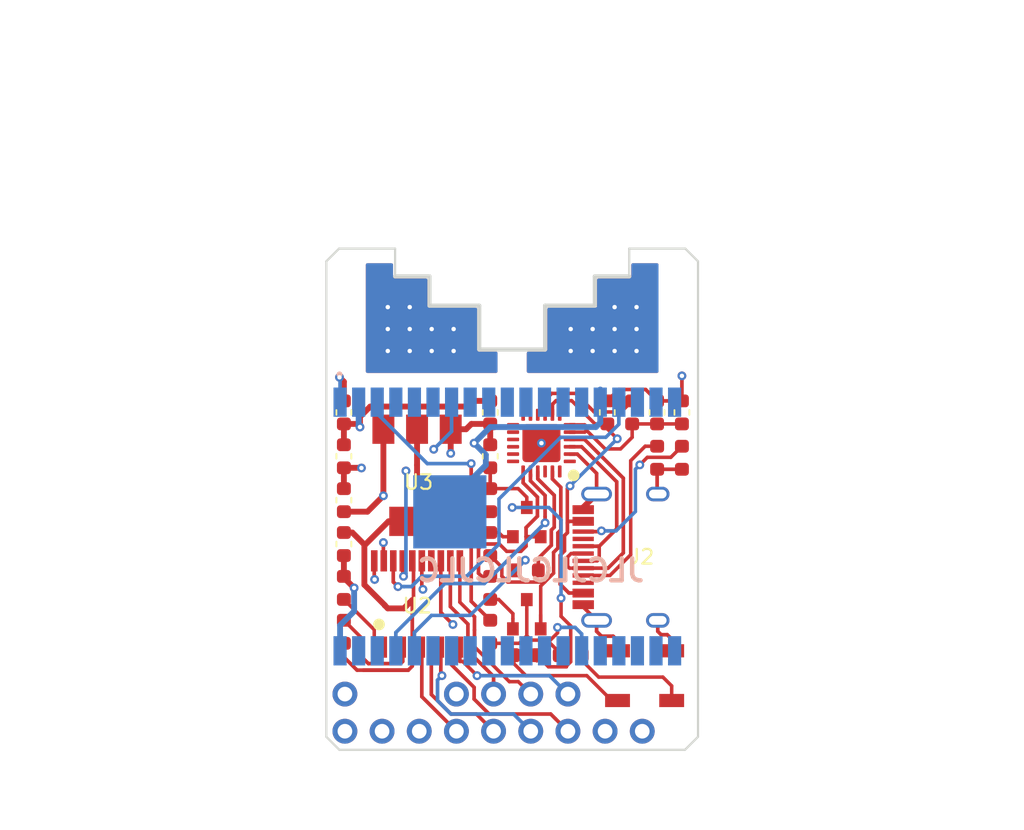
<source format=kicad_pcb>
(kicad_pcb (version 20241229) (generator "pcbnew") (generator_version "9.0")
  (layers (0 "F.Cu" signal) (4 "In1.Cu" signal) (6 "In2.Cu" signal) (2 "B.Cu" signal) (13 "F.Paste" user) (15 "B.Paste" user) (5 "F.SilkS" user "F.Silkscreen") (7 "B.SilkS" user "B.Silkscreen") (1 "F.Mask" user) (3 "B.Mask" user) (25 "Edge.Cuts" user))
  (net 0 "")
  (net 1 "Net-(J1-Pin_6)")
  (net 2 "Net-(J1-Pin_4)")
  (net 3 "Net-(J1-Pin_3)")
  (net 4 "Net-(J1-Pin_5)")
  (net 5 "Net-(J2-CC2)")
  (net 6 "Net-(U4-D+)")
  (net 7 "Net-(U4-D-)")
  (net 8 "Net-(J2-CC1)")
  (net 11 "Net-(J3-Pin_1)")
  (net 12 "Net-(J3-Pin_3)")
  (net 13 "Net-(J3-Pin_2)")
  (net 14 "Net-(J3-Pin_4)")
  (net 15 "Net-(Q1-S)")
  (net 16 "Net-(Q1-G)")
  (net 17 "Net-(Q2-S)")
  (net 18 "Net-(Q2-G)")
  (net 19 "Net-(U4-TXD)")
  (net 20 "Net-(U4-~{RST})")
  (net 21 "Net-(U2-NRST)")
  (net 22 "Net-(U2-BOOT0)")
  (net 23 "Net-(SW1-A)")
  (net 24 "Net-(SW2-A)")
  (net 46 "GND")
  (net 48 "+5V")
  (net 49 "3V3")
  (net 50 "VIO")
  (net 51 "ESPEN")
  (net 60 "ESPRST")
  (net 61 "ESPRX")
  (net 66 "ESPTX")
  (net 67 "STMTX")
  (net 68 "STMRX")
  (net 69 "SWDIO")
  (net 70 "SWDCLK")
  (net 80 "Net-(U4-REGIN)")
  (footprint "Connector_PinHeader_2.54mm:PinHeader_1x08_P2.54mm_Vertical" (layer "F.Cu") (at 0 0 90)
    (property "Reference" "J1" (hide yes))
    (property "Value" "Conn_01x08_Male")
  )
  (footprint "MountingHole:MountingHole_3.2mm_M3" (layer "F.Cu") (at -11.43 -31.75)
    (property "Reference" "REF**" (hide yes))
    (property "Value" "MountingHole_3.2mm_M3")
  )
  (footprint "MountingHole:MountingHole_3.2mm_M3" (layer "F.Cu") (at 11.43 0)
    (property "Reference" "REF**" (hide yes))
    (property "Value" "MountingHole_3.2mm_M3")
  )
  (footprint "Connector_PinHeader_2.54mm:PinHeader_1x04_P2.54mm_Vertical" (layer "F.Cu") (at -3.81 -2.54 90)
    (property "Reference" "J3" (hide yes))
    (property "Value" "Conn_01x04_Male")
  )
  (footprint "Connector_PinHeader_2.54mm:PinHeader_1x02_P2.54mm_Vertical" (layer "F.Cu") (at -11.43 -2.54)
    (property "Reference" "J4" (hide yes))
    (property "Value" "Conn_01x02_Male")
  )
  (footprint "esp32-wrover:R_0603_1608Metric_nolabel" (layer "F.Cu") (at 9.906 -18.7 90)
    (property "Reference" "R8" (hide yes))
    (property "Value" "5.1k")
  )
  (footprint "Package_TO_SOT_SMD:SOT-23" (layer "F.Cu") (at 1 -8 90)
    (property "Reference" "Q2" (hide yes))
    (property "Value" "AO3400")
  )
  (footprint "Package_TO_SOT_SMD:SOT-23" (layer "F.Cu") (at 1 -14.3 90)
    (property "Reference" "Q1" (hide yes))
    (property "Value" "AO3400")
  )
  (footprint "esp32-wrover:R_0603_1608Metric_nolabel" (layer "F.Cu") (at -1.5 -12.8 -90)
    (property "Reference" "R3" (hide yes))
    (property "Value" "10k")
  )
  (footprint "esp32-wrover:C_0603_1608Metric" (layer "F.Cu") (at -1.5 -18.8 90)
    (property "Reference" "C7" (hide yes))
    (property "Value" "1uF")
  )
  (footprint "Package_DFN_QFN:QFN-24-1EP_4x4mm_P0.5mm_EP2.6x2.6mm" (layer "F.Cu") (at 2 -19.7 90)
    (property "Reference" "U4" (hide yes))
    (property "Value" "CP2104")
  )
  (footprint "esp32-wrover:R_0603_1608Metric_nolabel" (layer "F.Cu") (at -1.5 -9.8 90)
    (property "Reference" "R4" (hide yes))
    (property "Value" "10k")
  )
  (footprint "esp32-wrover:R_0603_1608Metric_nolabel" (layer "F.Cu") (at -1.5 -15.8 90)
    (property "Reference" "R5" (hide yes))
    (property "Value" "10k")
  )
  (footprint "Package_TO_SOT_SMD:SOT-223-3_TabPin2" (layer "F.Cu") (at -6.5 -17.5 90)
    (property "Reference" "U3")
    (property "Value" "AMS1117-3.3")
  )
  (footprint "Package_SO:TSSOP-20_4.4x6.5mm_P0.65mm" (layer "F.Cu") (at -6.5 -8.7)
    (property "Reference" "U2")
    (property "Value" "STM32F030F4Px")
  )
  (footprint "esp32-wrover:R_0603_1608Metric_nolabel" (layer "F.Cu") (at 1 -11)
    (property "Reference" "R1" (hide yes))
    (property "Value" "1k")
  )
  (footprint "footprints:USB_C_Receptacle_HRO_TYPE-C-31-M-12" (layer "F.Cu") (at 8.9 -11.9 90)
    (property "Reference" "J2")
    (property "Value" "USB_C_Receptacle_USB2.0")
  )
  (footprint "esp32-wrover:R_0603_1608Metric_nolabel" (layer "F.Cu") (at -1.5 -6.8 -90)
    (property "Reference" "R11" (hide yes))
    (property "Value" "10k")
  )
  (footprint "Button_Switch_SMD:SW_SPST_B3U-1000P" (layer "F.Cu") (at 7.2 -3.8 90)
    (property "Reference" "SW1" (hide yes))
    (property "Value" "SW_SPST")
  )
  (footprint "Button_Switch_SMD:SW_SPST_B3U-1000P" (layer "F.Cu") (at 10.9 -3.8 90)
    (property "Reference" "SW2" (hide yes))
    (property "Value" "SW_SPST")
  )
  (footprint "esp32-wrover:R_0603_1608Metric_nolabel" (layer "F.Cu") (at 4 -5.2)
    (property "Reference" "R12" (hide yes))
    (property "Value" "470 Ohm")
  )
  (footprint "esp32-wrover:R_0603_1608Metric_nolabel" (layer "F.Cu") (at 0.9 -5.2 180)
    (property "Reference" "R10" (hide yes))
    (property "Value" "470 Ohm")
  )
  (footprint "esp32-wrover:C_0603_1608Metric" (layer "F.Cu") (at -1.5 -21.8 -90)
    (property "Reference" "C4" (hide yes))
    (property "Value" "10uF")
  )
  (footprint "esp32-wrover:R_0603_1608Metric_nolabel" (layer "F.Cu") (at 8.2 -21.8 90)
    (property "Reference" "R2" (hide yes))
    (property "Value" "10k")
  )
  (footprint "esp32-wrover:C_0603_1608Metric" (layer "F.Cu") (at 11.6 -21.8 90)
    (property "Reference" "C6" (hide yes))
    (property "Value" "1uF")
  )
  (footprint "esp32-wrover:C_0603_1608Metric" (layer "F.Cu") (at 9.9 -21.8 90)
    (property "Reference" "C3" (hide yes))
    (property "Value" "100nF")
  )
  (footprint "esp32-wrover:C_0603_1608Metric" (layer "F.Cu") (at 6.5 -21.8 90)
    (property "Reference" "C1" (hide yes))
    (property "Value" "1uF" (hide yes))
  )
  (footprint "esp32-wrover:R_0603_1608Metric_nolabel" (layer "F.Cu") (at 11.6 -18.7 90)
    (property "Reference" "R9" (hide yes))
    (property "Value" "5.1k")
  )
  (footprint "esp32-wrover:C_0603_1608Metric" (layer "F.Cu") (at -11.5 -18.8 -90)
    (property "Reference" "C5" (hide yes))
    (property "Value" "100nF")
  )
  (footprint "esp32-wrover:C_0603_1608Metric" (layer "F.Cu") (at -11.5 -12.8 -90)
    (property "Reference" "C8" (hide yes))
    (property "Value" "100nF")
  )
  (footprint "esp32-wrover:R_0603_1608Metric_nolabel" (layer "F.Cu") (at -11.5 -9.8 90)
    (property "Reference" "R7" (hide yes))
    (property "Value" "10k")
  )
  (footprint "esp32-wrover:C_0603_1608Metric" (layer "F.Cu") (at -11.5 -15.8 90)
    (property "Reference" "C2" (hide yes))
    (property "Value" "10uF")
  )
  (footprint "esp32-wrover:R_0603_1608Metric_nolabel" (layer "F.Cu") (at -11.5 -6.8 -90)
    (property "Reference" "R6" (hide yes))
    (property "Value" "10k")
  )
  (footprint "esp32-wrover:C_0603_1608Metric" (layer "F.Cu") (at -11.5 -21.8 90)
    (property "Reference" "C9" (hide yes))
    (property "Value" "10uF")
  )
  (footprint "esp32-wrover:XCVR_ESP32-WROVER" (layer "B.Cu") (at -3.5 -14 -90)
    (property "Reference" "U1" (hide yes))
    (property "Value" "ESP32-WROVER")
  )
  (gr_line (start -5.649784 -29.100034) (end -5.649784 -31.09991) (stroke (width 0.282843)) (layer "Edge.Cuts"))
  (gr_line (start 2.249992 -29.100034) (end 2.249992 -26.099698) (stroke (width 0.282843)) (layer "Edge.Cuts"))
  (gr_line (start -5.649784 -31.09991) (end -8.000028 -31.09991) (stroke (width 0.282843)) (layer "Edge.Cuts"))
  (gr_line (start 11.83 -33) (end 12.7 -32.131) (stroke (width 0.15)) (layer "Edge.Cuts"))
  (gr_line (start 12.7 0.381) (end 12.7 -32.131) (stroke (width 0.15)) (layer "Edge.Cuts"))
  (gr_line (start -12.7 0.381) (end -11.811 1.27) (stroke (width 0.15)) (layer "Edge.Cuts"))
  (gr_line (start -2.249992 -29.100034) (end -5.649784 -29.100034) (stroke (width 0.282843)) (layer "Edge.Cuts"))
  (gr_line (start 8 -33) (end 11.83 -33) (stroke (width 0.15)) (layer "Edge.Cuts"))
  (gr_line (start -12.7 -32.131) (end -11.83 -33) (stroke (width 0.15)) (layer "Edge.Cuts"))
  (gr_line (start -8 -31.1) (end -8 -33) (stroke (width 0.15)) (layer "Edge.Cuts"))
  (gr_line (start -2.249992 -26.099698) (end -2.249992 -29.100034) (stroke (width 0.282843)) (layer "Edge.Cuts"))
  (gr_line (start -11.811 1.27) (end 11.811 1.27) (stroke (width 0.15)) (layer "Edge.Cuts"))
  (gr_line (start 11.811 1.27) (end 12.7 0.381) (stroke (width 0.15)) (layer "Edge.Cuts"))
  (gr_line (start -11.83 -33) (end -8 -33) (stroke (width 0.15)) (layer "Edge.Cuts"))
  (gr_line (start 7.999512 -31.09991) (end 5.649267 -31.09991) (stroke (width 0.282843)) (layer "Edge.Cuts"))
  (gr_line (start 5.649267 -31.09991) (end 5.649267 -29.100034) (stroke (width 0.282843)) (layer "Edge.Cuts"))
  (gr_line (start 8 -31.1) (end 8 -33) (stroke (width 0.15)) (layer "Edge.Cuts"))
  (gr_line (start 5.649267 -29.100034) (end 2.249992 -29.100034) (stroke (width 0.282843)) (layer "Edge.Cuts"))
  (gr_line (start -12.7 0.381) (end -12.7 -32.131) (stroke (width 0.15)) (layer "Edge.Cuts"))
  (gr_line (start 2.249992 -26.099698) (end -2.249992 -26.099698) (stroke (width 0.282843)) (layer "Edge.Cuts"))
  (gr_text "JLCJLCJLCJLC" (at 1.27 -11 0) (layer "B.SilkS") (effects (font (size 1.5 1.5) (thickness 0.3)) (justify mirror)))
  (segment (start 2.960001 -0.849999) (end 3.81 0) (width 0.25) (layer "F.Cu") (net 1))
  (segment (start -2.6 -3) (end -2.6 -2.2) (width 0.25) (layer "F.Cu") (net 1))
  (segment (start -2.6 -2.2) (end -1.575001 -1.175001) (width 0.25) (layer "F.Cu") (net 1))
  (segment (start -4.225 -4.625) (end -2.6 -3) (width 0.25) (layer "F.Cu") (net 1))
  (segment (start -1.575001 -1.175001) (end 2.634999 -1.175001) (width 0.25) (layer "F.Cu") (net 1))
  (segment (start -4.225 -5.75) (end -4.225 -4.625) (width 0.25) (layer "F.Cu") (net 1))
  (segment (start 2.634999 -1.175001) (end 2.960001 -0.849999) (width 0.25) (layer "F.Cu") (net 1))
  (segment (start -5.525 -5.75) (end -5.525 -2.515998) (width 0.25) (layer "F.Cu") (net 2))
  (segment (start -2.445001 -1.175001) (end -1.27 0) (width 0.25) (layer "F.Cu") (net 2))
  (segment (start -5.525 -2.515998) (end -4.184003 -1.175001) (width 0.25) (layer "F.Cu") (net 2))
  (segment (start -4.184003 -1.175001) (end -2.445001 -1.175001) (width 0.25) (layer "F.Cu") (net 2))
  (segment (start -6.175 -2.365) (end -3.81 0) (width 0.25) (layer "F.Cu") (net 3))
  (segment (start -6.175 -5.75) (end -6.175 -2.365) (width 0.25) (layer "F.Cu") (net 3))
  (segment (start -4.875 -3.875) (end -4.8 -3.8) (width 0.25) (layer "F.Cu") (net 4))
  (segment (start -4.875 -5.75) (end -4.875 -3.875) (width 0.25) (layer "F.Cu") (net 4))
  (via (at -4.8 -3.8) (size 0.6) (drill 0.3) (layers "F.Cu" "B.Cu") (net 4))
  (segment (start -5.099999 -2.090997) (end -4.184003 -1.175001) (width 0.25) (layer "B.Cu") (net 4))
  (segment (start 0.094999 -1.175001) (end 0.420001 -0.849999) (width 0.25) (layer "B.Cu") (net 4))
  (segment (start 0.420001 -0.849999) (end 1.27 0) (width 0.25) (layer "B.Cu") (net 4))
  (segment (start -4.184003 -1.175001) (end 0.094999 -1.175001) (width 0.25) (layer "B.Cu") (net 4))
  (segment (start -4.8 -3.8) (end -5.099999 -3.500001) (width 0.25) (layer "B.Cu") (net 4))
  (segment (start -5.099999 -3.500001) (end -5.099999 -2.090997) (width 0.25) (layer "B.Cu") (net 4))
  (segment (start 10.84249 -18.72999) (end 9.238397 -18.72999) (width 0.24) (layer "F.Cu") (net 5))
  (segment (start 11.6 -19.4875) (end 10.84249 -18.72999) (width 0.24) (layer "F.Cu") (net 5))
  (segment (start 6.05 -13.65) (end 6.1 -13.7) (width 0.25) (layer "F.Cu") (net 5))
  (segment (start 4.855 -13.65) (end 6.05 -13.65) (width 0.25) (layer "F.Cu") (net 5))
  (segment (start 9.238397 -18.72999) (end 8.72 -18.211593) (width 0.24) (layer "F.Cu") (net 5))
  (via (at 6.1 -13.7) (size 0.6) (drill 0.3) (layers "F.Cu" "B.Cu") (net 5))
  (via (at 8.72 -18.211593) (size 0.6) (drill 0.3) (layers "F.Cu" "B.Cu") (net 5))
  (segment (start 6.1 -13.7) (end 7.1 -13.7) (width 0.25) (layer "B.Cu") (net 5))
  (segment (start 8.420001 -17.911594) (end 8.420001 -15.020001) (width 0.24) (layer "B.Cu") (net 5))
  (segment (start 8.72 -18.211593) (end 8.420001 -17.911594) (width 0.24) (layer "B.Cu") (net 5))
  (segment (start 8.420001 -15.020001) (end 7.1 -13.7) (width 0.24) (layer "B.Cu") (net 5))
  (segment (start 5.81 -11.65) (end 5.95 -11.79) (width 0.24) (layer "F.Cu") (net 6))
  (segment (start 5.95 -11.79) (end 5.95 -12.65) (width 0.24) (layer "F.Cu") (net 6))
  (segment (start 7.145009 -17.054991) (end 7.145009 -13.845009) (width 0.25) (layer "F.Cu") (net 6))
  (segment (start 5.95 -12.65) (end 5.83 -12.65) (width 0.25) (layer "F.Cu") (net 6))
  (segment (start 7.145009 -13.845009) (end 5.95 -12.65) (width 0.25) (layer "F.Cu") (net 6))
  (segment (start 3.9375 -19.45) (end 4.75 -19.45) (width 0.25) (layer "F.Cu") (net 6))
  (segment (start 4.75 -19.45) (end 7.145009 -17.054991) (width 0.25) (layer "F.Cu") (net 6))
  (segment (start 5.83 -12.65) (end 4.855 -12.65) (width 0.25) (layer "F.Cu") (net 6))
  (segment (start 4.855 -11.65) (end 5.81 -11.65) (width 0.24) (layer "F.Cu") (net 6))
  (segment (start 4.02715 -12.15) (end 3.79 -11.91285) (width 0.24) (layer "F.Cu") (net 7))
  (segment (start 3.79 -11.91285) (end 3.79 -11.28) (width 0.24) (layer "F.Cu") (net 7))
  (segment (start 3.79 -11.28) (end 3.92 -11.15) (width 0.24) (layer "F.Cu") (net 7))
  (segment (start 3.92 -11.15) (end 4.855 -11.15) (width 0.24) (layer "F.Cu") (net 7))
  (segment (start 4.855 -12.15) (end 4.02715 -12.15) (width 0.24) (layer "F.Cu") (net 7))
  (segment (start 7.59502 -12.19502) (end 6.55 -11.15) (width 0.25) (layer "F.Cu") (net 7))
  (segment (start 4.95 -19.95) (end 7.59502 -17.30498) (width 0.25) (layer "F.Cu") (net 7))
  (segment (start 7.59502 -17.30498) (end 7.59502 -12.19502) (width 0.25) (layer "F.Cu") (net 7))
  (segment (start 6.55 -11.15) (end 4.855 -11.15) (width 0.25) (layer "F.Cu") (net 7))
  (segment (start 3.9375 -19.95) (end 4.95 -19.95) (width 0.25) (layer "F.Cu") (net 7))
  (segment (start 5.95 -10.65) (end 6.679339 -10.65) (width 0.24) (layer "F.Cu") (net 8))
  (segment (start 9.0875 -19.4875) (end 9.906 -19.4875) (width 0.24) (layer "F.Cu") (net 8))
  (segment (start 6.679339 -10.65) (end 8.1 -12.070661) (width 0.24) (layer "F.Cu") (net 8))
  (segment (start 8.1 -18.5) (end 9.0875 -19.4875) (width 0.24) (layer "F.Cu") (net 8))
  (segment (start 8.1 -12.070661) (end 8.1 -18.5) (width 0.24) (layer "F.Cu") (net 8))
  (segment (start 5.95 -10.65) (end 4.855 -10.65) (width 0.25) (layer "F.Cu") (net 8))
  (segment (start -4.875 -11.45) (end -4.9 -11.425) (width 0.25) (layer "F.Cu") (net 11))
  (segment (start -4.875 -11.65) (end -4.875 -8.125) (width 0.25) (layer "F.Cu") (net 11))
  (segment (start -4.875 -8.125) (end -4.05 -7.3) (width 0.25) (layer "F.Cu") (net 11))
  (via (at -4.05 -7.3) (size 0.6) (drill 0.3) (layers "F.Cu" "B.Cu") (net 11))
  (segment (start -0.189999 -3.389999) (end 0.420001 -3.389999) (width 0.24) (layer "F.Cu") (net 12))
  (segment (start -2.574988 -6.921401) (end -2.574988 -5.774988) (width 0.25) (layer "F.Cu") (net 12))
  (segment (start 0.420001 -3.389999) (end 1.27 -2.54) (width 0.24) (layer "F.Cu") (net 12))
  (segment (start -2.574988 -5.774988) (end -0.189999 -3.389999) (width 0.24) (layer "F.Cu") (net 12))
  (segment (start -3.575 -11.65) (end -3.575 -8.825) (width 0.24) (layer "F.Cu") (net 12))
  (segment (start -3.575 -8.825) (end -2.85 -8.1) (width 0.24) (layer "F.Cu") (net 12))
  (segment (start -2.85 -8.1) (end -2.574988 -7.824988) (width 0.25) (layer "F.Cu") (net 12))
  (segment (start -2.574988 -7.824988) (end -2.574988 -6.921401) (width 0.25) (layer "F.Cu") (net 12))
  (segment (start -3.024999 -7.324999) (end -3.024999 -5.49708) (width 0.25) (layer "F.Cu") (net 13))
  (segment (start -3.024999 -5.49708) (end -1.27 -3.742081) (width 0.25) (layer "F.Cu") (net 13))
  (segment (start -1.27 -3.742081) (end -1.27 -2.54) (width 0.25) (layer "F.Cu") (net 13))
  (segment (start -4.225 -8.525) (end -3.024999 -7.324999) (width 0.25) (layer "F.Cu") (net 13))
  (segment (start -4.225 -11.65) (end -4.225 -8.525) (width 0.25) (layer "F.Cu") (net 13))
  (segment (start -3.575 -5.75) (end -3.575 -4.775) (width 0.25) (layer "F.Cu") (net 14))
  (segment (start -3.575 -4.775) (end -3.375 -4.775) (width 0.25) (layer "F.Cu") (net 14))
  (segment (start -3.375 -4.775) (end -2.4 -3.8) (width 0.25) (layer "F.Cu") (net 14))
  (via (at -2.4 -3.8) (size 0.6) (drill 0.3) (layers "F.Cu" "B.Cu") (net 14))
  (segment (start 2.55 -3.8) (end 3.81 -2.54) (width 0.25) (layer "B.Cu") (net 14))
  (segment (start -2.4 -3.8) (end 2.55 -3.8) (width 0.25) (layer "B.Cu") (net 14))
  (segment (start 0.95 -13.3) (end 1.95 -13.3) (width 0.25) (layer "F.Cu") (net 15))
  (segment (start 0.75 -16.985002) (end 1.725001 -16.010001) (width 0.25) (layer "F.Cu") (net 15))
  (segment (start 1.725001 -16.010001) (end 1.725001 -14.700005) (width 0.25) (layer "F.Cu") (net 15))
  (segment (start -1.1 -12.8) (end -2 -12.8) (width 0.25) (layer "F.Cu") (net 15))
  (segment (start 1.725001 -14.700005) (end 0.95 -13.925004) (width 0.25) (layer "F.Cu") (net 15))
  (segment (start -1.1 -12.8) (end -0.876002 -12.8) (width 0.24) (layer "F.Cu") (net 15))
  (segment (start -2 -12.8) (end -2.3 -12.5) (width 0.25) (layer "F.Cu") (net 15))
  (segment (start -0.876002 -12.8) (end -0.376002 -12.3) (width 0.24) (layer "F.Cu") (net 15))
  (segment (start -0.376002 -12.3) (end 0.6 -12.3) (width 0.24) (layer "F.Cu") (net 15))
  (segment (start -2.3 -12.5) (end -2.3 -10.8) (width 0.25) (layer "F.Cu") (net 15))
  (segment (start 1.95 -13.3) (end 1.6 -13.3) (width 0.25) (layer "F.Cu") (net 15))
  (segment (start 0.75 -17.5625) (end 0.75 -16.985002) (width 0.25) (layer "F.Cu") (net 15))
  (segment (start -2.0875 -10.5875) (end -1.5 -10.5875) (width 0.25) (layer "F.Cu") (net 15))
  (segment (start 0.95 -13.925004) (end 0.95 -13.3) (width 0.25) (layer "F.Cu") (net 15))
  (segment (start 0.6 -12.3) (end 0.95 -12.65) (width 0.24) (layer "F.Cu") (net 15))
  (segment (start -2.3 -10.8) (end -2.0875 -10.5875) (width 0.25) (layer "F.Cu") (net 15))
  (segment (start 0.95 -12.65) (end 0.95 -13.3) (width 0.24) (layer "F.Cu") (net 15))
  (segment (start -0.6375 -13.3) (end 0.05 -13.3) (width 0.24) (layer "F.Cu") (net 16))
  (segment (start -1.5 -13.5875) (end -0.925 -13.5875) (width 0.24) (layer "F.Cu") (net 16))
  (segment (start -0.925 -13.5875) (end -0.6375 -13.3) (width 0.24) (layer "F.Cu") (net 16))
  (segment (start 3.324457 -16.675543) (end 3.324457 -13.763602) (width 0.25) (layer "F.Cu") (net 17))
  (segment (start 2.83 -10.805576) (end 2.83 -12.228) (width 0.24) (layer "F.Cu") (net 17))
  (segment (start 3.125012 -12.523012) (end 2.83 -12.228) (width 0.25) (layer "F.Cu") (net 17))
  (segment (start -0.70499 -11.21749) (end -0.70499 -10.60499) (width 0.24) (layer "F.Cu") (net 17))
  (segment (start 3.125012 -13.564157) (end 3.125012 -12.523012) (width 0.25) (layer "F.Cu") (net 17))
  (segment (start 1.95 -7.95) (end 1.95 -9.925576) (width 0.24) (layer "F.Cu") (net 17))
  (segment (start 1.95 -7.95) (end 1.95 -7) (width 0.25) (layer "F.Cu") (net 17))
  (segment (start 3.324457 -13.763602) (end 3.125012 -13.564157) (width 0.25) (layer "F.Cu") (net 17))
  (segment (start 1.95 -9.925576) (end 2.224424 -10.2) (width 0.24) (layer "F.Cu") (net 17))
  (segment (start -0.70499 -10.60499) (end -0.3 -10.2) (width 0.24) (layer "F.Cu") (net 17))
  (segment (start -1.5 -12.0125) (end -0.70499 -11.21749) (width 0.24) (layer "F.Cu") (net 17))
  (segment (start 2.224424 -10.2) (end 2.83 -10.805576) (width 0.24) (layer "F.Cu") (net 17))
  (segment (start -0.3 -10.2) (end 2.224424 -10.2) (width 0.24) (layer "F.Cu") (net 17))
  (segment (start 2.75 -17.25) (end 3.324457 -16.675543) (width 0.25) (layer "F.Cu") (net 17))
  (segment (start 2.75 -17.7625) (end 2.75 -17.25) (width 0.25) (layer "F.Cu") (net 17))
  (segment (start -1.5 -9.0125) (end -0.925 -9.0125) (width 0.24) (layer "F.Cu") (net 18))
  (segment (start -0.05 -6.9) (end 0.05 -7) (width 0.24) (layer "F.Cu") (net 18))
  (segment (start 0.05 -7.69) (end 0.05 -7) (width 0.24) (layer "F.Cu") (net 18))
  (segment (start 0.05 -8.0375) (end 0.05 -7.69) (width 0.24) (layer "F.Cu") (net 18))
  (segment (start -0.925 -9.0125) (end 0.05 -8.0375) (width 0.24) (layer "F.Cu") (net 18))
  (segment (start 2.874446 -16.133378) (end 1.75 -17.257824) (width 0.25) (layer "F.Cu") (net 19))
  (segment (start 2.675001 -12.709411) (end 2.675001 -13.750557) (width 0.25) (layer "F.Cu") (net 19))
  (segment (start 2.874446 -13.950002) (end 2.874446 -16.133378) (width 0.25) (layer "F.Cu") (net 19))
  (segment (start 1.75 -17.257824) (end 1.75 -17.7625) (width 0.25) (layer "F.Cu") (net 19))
  (segment (start 1.7875 -11) (end 1.7875 -11.82191) (width 0.25) (layer "F.Cu") (net 19))
  (segment (start 1.7875 -11.82191) (end 2.675001 -12.709411) (width 0.25) (layer "F.Cu") (net 19))
  (segment (start 2.675001 -13.750557) (end 2.874446 -13.950002) (width 0.25) (layer "F.Cu") (net 19))
  (segment (start 2.25 -22.65) (end 2.25 -21.6375) (width 0.25) (layer "F.Cu") (net 20))
  (segment (start 2.7 -23.1) (end 2.25 -22.65) (width 0.25) (layer "F.Cu") (net 20))
  (segment (start 7.44249 -21.82999) (end 8.2 -22.5875) (width 0.24) (layer "F.Cu") (net 20))
  (segment (start 4.332 -23.1) (end 5.60201 -21.82999) (width 0.24) (layer "F.Cu") (net 20))
  (segment (start 5.60201 -21.82999) (end 7.44249 -21.82999) (width 0.24) (layer "F.Cu") (net 20))
  (segment (start 2.7 -23.1) (end 4.332 -23.1) (width 0.24) (layer "F.Cu") (net 20))
  (segment (start -10.2 -6) (end -10.2 -5) (width 0.25) (layer "F.Cu") (net 21))
  (segment (start -10.2 -5) (end -9.825 -4.625) (width 0.25) (layer "F.Cu") (net 21))
  (segment (start -7.475 -4.775) (end -7.475 -5.75) (width 0.25) (layer "F.Cu") (net 21))
  (segment (start -9.825 -4.625) (end -7.625 -4.625) (width 0.25) (layer "F.Cu") (net 21))
  (segment (start -7.475 -4.775) (end -7.625 -4.625) (width 0.25) (layer "F.Cu") (net 21))
  (segment (start -10.2 -6.2875) (end -10.2 -6) (width 0.24) (layer "F.Cu") (net 21))
  (segment (start -11.5 -7.5875) (end -10.2 -6.2875) (width 0.24) (layer "F.Cu") (net 21))
  (segment (start -9.425 -6.725) (end -9.425 -5.75) (width 0.24) (layer "F.Cu") (net 22))
  (segment (start -11.5 -9.0125) (end -9.425 -6.9375) (width 0.24) (layer "F.Cu") (net 22))
  (segment (start -9.425 -6.9375) (end -9.425 -5.75) (width 0.24) (layer "F.Cu") (net 22))
  (segment (start 0.1125 -4.625) (end 0.9375 -3.8) (width 0.24) (layer "F.Cu") (net 23))
  (segment (start 5.1 -3.8) (end 6.8 -2.1) (width 0.24) (layer "F.Cu") (net 23))
  (segment (start 0.9375 -3.8) (end 5.1 -3.8) (width 0.24) (layer "F.Cu") (net 23))
  (segment (start 0.1125 -5.2) (end 0.1125 -4.625) (width 0.24) (layer "F.Cu") (net 23))
  (segment (start 6.8 -2.1) (end 7.2 -2.1) (width 0.24) (layer "F.Cu") (net 23))
  (segment (start 4.7875 -4.825) (end 5.9125 -3.7) (width 0.24) (layer "F.Cu") (net 24))
  (segment (start 4.7875 -5.4) (end 4.7875 -4.825) (width 0.24) (layer "F.Cu") (net 24))
  (segment (start 10.3 -3.7) (end 10.9 -3.1) (width 0.24) (layer "F.Cu") (net 24))
  (segment (start 5.9125 -3.7) (end 10.3 -3.7) (width 0.24) (layer "F.Cu") (net 24))
  (segment (start 10.9 -3.1) (end 10.9 -2.1) (width 0.24) (layer "F.Cu") (net 24))
  (segment (start -8.5 -26) (end -8.3 -25.8) (width 0.4) (layer "F.Cu") (net 46))
  (segment (start -4.2 -20.65) (end -3.15 -20.65) (width 0.4) (layer "F.Cu") (net 46))
  (segment (start -1.5 -19.5875) (end -1.5 -21.0125) (width 0.4) (layer "F.Cu") (net 46))
  (segment (start -4.2 -20.65) (end -4.2 -19) (width 0.4) (layer "F.Cu") (net 46))
  (segment (start -2.6125 -19.7125) (end -2.6 -19.7) (width 0.4) (layer "F.Cu") (net 46))
  (segment (start -6.175 -11.45) (end -6.175 -9.775) (width 0.25) (layer "F.Cu") (net 46))
  (segment (start 2.75 -18.95) (end 2 -19.7) (width 0.25) (layer "F.Cu") (net 46))
  (segment (start -6.175 -9.775) (end -6.1 -9.7) (width 0.25) (layer "F.Cu") (net 46))
  (segment (start -11.5 -18.0125) (end -10.3125 -18.0125) (width 0.4) (layer "F.Cu") (net 46))
  (segment (start -11.5 -16.5875) (end -11.5 -18.0125) (width 0.4) (layer "F.Cu") (net 46))
  (segment (start -11.5 -12.0125) (end -11.5 -10.5875) (width 0.4) (layer "F.Cu") (net 46))
  (segment (start 11.6 -22.5875) (end 11.6 -24.3) (width 0.25) (layer "F.Cu") (net 46))
  (segment (start 5.77 -17.63) (end 5.77 -16.22) (width 0.25) (layer "F.Cu") (net 46))
  (segment (start 9.95 -7.58) (end 9.95 -6.83) (width 0.25) (layer "F.Cu") (net 46))
  (segment (start 6.9 -6.5) (end 7.2 -6.2) (width 0.25) (layer "F.Cu") (net 46))
  (segment (start 4.855 -8.495) (end 5.77 -7.58) (width 0.25) (layer "F.Cu") (net 46))
  (segment (start 9.1195 -23.368) (end 9.9 -22.5875) (width 0.25) (layer "F.Cu") (net 46))
  (segment (start 9.9 -22.5875) (end 11.6 -22.5875) (width 0.25) (layer "F.Cu") (net 46))
  (segment (start 5.77 -7.58) (end 5.77 -6.83) (width 0.25) (layer "F.Cu") (net 46))
  (segment (start -11.5 -10.5875) (end -11.5 -10.5) (width 0.4) (layer "F.Cu") (net 46))
  (segment (start 4.855 -8.65) (end 4.855 -8.495) (width 0.25) (layer "F.Cu") (net 46))
  (segment (start 4.45 -18.95) (end 5.77 -17.63) (width 0.25) (layer "F.Cu") (net 46))
  (segment (start -2.7875 -21.0125) (end -1.5 -21.0125) (width 0.4) (layer "F.Cu") (net 46))
  (segment (start 4.855 -15.305) (end 5.77 -16.22) (width 0.4) (layer "F.Cu") (net 46))
  (segment (start 9.906 -16.264) (end 9.95 -16.22) (width 0.25) (layer "F.Cu") (net 46))
  (segment (start 10.6 -6.6) (end 10.9 -6.3) (width 0.25) (layer "F.Cu") (net 46))
  (segment (start 2 -19.7) (end 2.70001 -18.99999) (width 0.25) (layer "F.Cu") (net 46))
  (segment (start 6.1 -6.5) (end 6.9 -6.5) (width 0.25) (layer "F.Cu") (net 46))
  (segment (start 7.2 -6.2) (end 7.2 -5.5) (width 0.25) (layer "F.Cu") (net 46))
  (segment (start 9.95 -6.83) (end 10.18 -6.6) (width 0.25) (layer "F.Cu") (net 46))
  (segment (start -3.15 -20.65) (end -2.7875 -21.0125) (width 0.4) (layer "F.Cu") (net 46))
  (segment (start 7.2805 -23.368) (end 9.1195 -23.368) (width 0.25) (layer "F.Cu") (net 46))
  (segment (start 11.6 -17.9125) (end 9.906 -17.9125) (width 0.25) (layer "F.Cu") (net 46))
  (segment (start 5.4125 -7.2225) (end 5.77 -7.58) (width 0.25) (layer "F.Cu") (net 46))
  (segment (start -11.5 -23.9) (end -11.8 -24.2) (width 0.4) (layer "F.Cu") (net 46))
  (segment (start 9.906 -17.9125) (end 9.906 -16.264) (width 0.25) (layer "F.Cu") (net 46))
  (segment (start 10.18 -6.6) (end 10.6 -6.6) (width 0.25) (layer "F.Cu") (net 46))
  (segment (start -11.5 -22.5875) (end -11.5 -23.9) (width 0.4) (layer "F.Cu") (net 46))
  (segment (start 5.77 -6.83) (end 6.1 -6.5) (width 0.25) (layer "F.Cu") (net 46))
  (segment (start 4.855 -15.15) (end 4.855 -15.305) (width 0.4) (layer "F.Cu") (net 46))
  (segment (start 6.5 -22.5875) (end 7.2805 -23.368) (width 0.25) (layer "F.Cu") (net 46))
  (segment (start 10.1875 -7.3425) (end 9.95 -7.58) (width 0.25) (layer "F.Cu") (net 46))
  (segment (start -11.5 -10.5) (end -10.8 -9.8) (width 0.4) (layer "F.Cu") (net 46))
  (segment (start 10.9 -6.3) (end 10.9 -5.5) (width 0.25) (layer "F.Cu") (net 46))
  (segment (start 3.9375 -18.95) (end 4.45 -18.95) (width 0.25) (layer "F.Cu") (net 46))
  (via (at -8.5 -27.5) (size 0.6) (drill 0.3) (layers "F.Cu" "B.Cu") (net 46))
  (via (at -8.5 -26) (size 0.6) (drill 0.3) (layers "F.Cu" "B.Cu") (net 46))
  (via (at -8.5 -29) (size 0.6) (drill 0.3) (layers "F.Cu" "B.Cu") (net 46))
  (via (at -2.6 -19.7) (size 0.6) (drill 0.3) (layers "F.Cu" "B.Cu") (net 46))
  (via (at -6.1 -9.7) (size 0.6) (drill 0.3) (layers "F.Cu" "B.Cu") (net 46))
  (via (at -4.2 -19) (size 0.6) (drill 0.3) (layers "F.Cu" "B.Cu") (net 46))
  (via (at -10.3 -18) (size 0.6) (drill 0.3) (layers "F.Cu" "B.Cu") (net 46))
  (via (at -7 -29) (size 0.6) (drill 0.3) (layers "F.Cu" "B.Cu") (net 46))
  (via (at -7 -26) (size 0.6) (drill 0.3) (layers "F.Cu" "B.Cu") (net 46))
  (via (at -5.5 -27.5) (size 0.6) (drill 0.3) (layers "F.Cu" "B.Cu") (net 46))
  (via (at 11.6 -24.3) (size 0.6) (drill 0.3) (layers "F.Cu" "B.Cu") (net 46))
  (via (at -10.8 -9.8) (size 0.6) (drill 0.3) (layers "F.Cu" "B.Cu") (net 46))
  (via (at -7 -27.5) (size 0.6) (drill 0.3) (layers "F.Cu" "B.Cu") (net 46))
  (via (at -11.8 -24.2) (size 0.6) (drill 0.3) (layers "F.Cu" "B.Cu") (net 46))
  (via (at -5.5 -26) (size 0.6) (drill 0.3) (layers "F.Cu" "B.Cu") (net 46))
  (via (at 2 -19.7) (size 0.6) (drill 0.3) (layers "F.Cu" "B.Cu") (net 46))
  (via (at -4 -26) (size 0.6) (drill 0.3) (layers "F.Cu" "B.Cu") (net 46))
  (via (at -4 -27.5) (size 0.6) (drill 0.3) (layers "F.Cu" "B.Cu") (net 46))
  (segment (start -1.8 -18.9) (end -1.8 -18.2) (width 0.4) (layer "B.Cu") (net 46))
  (segment (start -1.8 -18.2) (end -4.26 -15.74) (width 0.4) (layer "B.Cu") (net 46))
  (segment (start -4.26 -15.74) (end -4.26 -15) (width 0.25) (layer "B.Cu") (net 46))
  (segment (start -2.6 -19.7) (end -1.8 -18.9) (width 0.4) (layer "B.Cu") (net 46))
  (segment (start -11.76 -5.5) (end -11.76 -6.24) (width 0.25) (layer "B.Cu") (net 46))
  (segment (start -11.76 -7.24) (end -11.76 -5.5) (width 0.4) (layer "B.Cu") (net 46))
  (segment (start -10.8 -8.2) (end -11.76 -7.24) (width 0.4) (layer "B.Cu") (net 46))
  (segment (start -11.76 -22.5) (end -11.76 -24.16) (width 0.25) (layer "B.Cu") (net 46))
  (segment (start 6.019999 -21.099999) (end 5.72 -20.8) (width 0.4) (layer "B.Cu") (net 46))
  (segment (start -10.8 -9.8) (end -10.8 -8.2) (width 0.4) (layer "B.Cu") (net 46))
  (segment (start 5.72 -20.8) (end -1.5 -20.8) (width 0.4) (layer "B.Cu") (net 46))
  (segment (start -1.5 -20.8) (end -2.6 -19.7) (width 0.4) (layer "B.Cu") (net 46))
  (segment (start -11.76 -24.16) (end -11.8 -24.2) (width 0.25) (layer "B.Cu") (net 46))
  (segment (start 6.02 -22.5) (end 6.019999 -21.099999) (width 0.4) (layer "B.Cu") (net 46))
  (segment (start 6.02 -22.5) (end 6.02 -23.365996) (width 0.4) (layer "B.Cu") (net 46))
  (segment (start -8.8 -16.1) (end -9.8875 -15.0125) (width 0.4) (layer "F.Cu") (net 48))
  (segment (start -8.8 -20.65) (end -8.8 -16.1) (width 0.4) (layer "F.Cu") (net 48))
  (segment (start -9.8875 -15.0125) (end -11.5 -15.0125) (width 0.4) (layer "F.Cu") (net 48))
  (via (at 8.5 -27.5) (size 0.6) (drill 0.3) (layers "F.Cu" "B.Cu") (net 48))
  (via (at 7 -27.5) (size 0.6) (drill 0.3) (layers "F.Cu" "B.Cu") (net 48))
  (via (at 8.5 -26) (size 0.6) (drill 0.3) (layers "F.Cu" "B.Cu") (net 48))
  (via (at 7 -29) (size 0.6) (drill 0.3) (layers "F.Cu" "B.Cu") (net 48))
  (via (at 7 -26) (size 0.6) (drill 0.3) (layers "F.Cu" "B.Cu") (net 48))
  (via (at 8.5 -29) (size 0.6) (drill 0.3) (layers "F.Cu" "B.Cu") (net 48))
  (via (at 4 -26) (size 0.6) (drill 0.3) (layers "F.Cu" "B.Cu") (net 48))
  (via (at 5.5 -27.5) (size 0.6) (drill 0.3) (layers "F.Cu" "B.Cu") (net 48))
  (via (at 5.5 -26) (size 0.6) (drill 0.3) (layers "F.Cu" "B.Cu") (net 48))
  (via (at 4 -27.5) (size 0.6) (drill 0.3) (layers "F.Cu" "B.Cu") (net 48))
  (via (at -8.8 -16.1) (size 0.6) (drill 0.3) (layers "F.Cu" "B.Cu") (net 48))
  (segment (start -8.525002 -4.174998) (end -10.174998 -4.174998) (width 0.25) (layer "F.Cu") (net 49))
  (segment (start -6.7 -22.2) (end -6.5 -22) (width 0.4) (layer "F.Cu") (net 49))
  (segment (start -10.4 -21.5) (end -9.7 -22.2) (width 0.4) (layer "F.Cu") (net 49))
  (segment (start -6.825 -8.975) (end -6.825 -5.75) (width 0.25) (layer "F.Cu") (net 49))
  (segment (start -7.100002 -4.174998) (end -8.525002 -4.174998) (width 0.25) (layer "F.Cu") (net 49))
  (segment (start -6.825 -4.45) (end -7.100002 -4.174998) (width 0.25) (layer "F.Cu") (net 49))
  (segment (start -6.7 -22.2) (end -6.5 -22) (width 0.25) (layer "F.Cu") (net 49))
  (segment (start -6.5 -22) (end -6.5 -20.65) (width 0.4) (layer "F.Cu") (net 49))
  (segment (start -9.7 -22.2) (end -6.7 -22.2) (width 0.4) (layer "F.Cu") (net 49))
  (segment (start -6.5 -18.2) (end -6.5 -20.65) (width 0.4) (layer "F.Cu") (net 49))
  (segment (start -6.825 -4.775) (end -6.825 -4.45) (width 0.25) (layer "F.Cu") (net 49))
  (segment (start -3.35 -14.35) (end -6.5 -14.35) (width 0.4) (layer "F.Cu") (net 49))
  (segment (start -6.5 -14.35) (end -6.5 -18.2) (width 0.4) (layer "F.Cu") (net 49))
  (segment (start -10.4 -20.8) (end -10.4 -21.5) (width 0.4) (layer "F.Cu") (net 49))
  (segment (start -6.825 -5.75) (end -6.825 -4.775) (width 0.25) (layer "F.Cu") (net 49))
  (segment (start -11.5 -19.5875) (end -11.5 -21.0125) (width 0.4) (layer "F.Cu") (net 49))
  (segment (start -6.5 -14.35) (end -8.45 -14.35) (width 0.4) (layer "F.Cu") (net 49))
  (segment (start -6.7 -22.2) (end -3.2 -22.2) (width 0.4) (layer "F.Cu") (net 49))
  (segment (start -3.2 -22.2) (end -2.8125 -22.5875) (width 0.4) (layer "F.Cu") (net 49))
  (segment (start -11.5 -13.5875) (end -10.925 -13.5875) (width 0.4) (layer "F.Cu") (net 49))
  (segment (start -10.1 -10.013956) (end -8.7 -8.613956) (width 0.4) (layer "F.Cu") (net 49))
  (segment (start -11.5 -5.075) (end -10.599998 -4.174998) (width 0.25) (layer "F.Cu") (net 49))
  (segment (start -10.1 -12.7) (end -10.1 -10.013956) (width 0.4) (layer "F.Cu") (net 49))
  (segment (start -2.8125 -22.5875) (end -1.5 -22.5875) (width 0.4) (layer "F.Cu") (net 49))
  (segment (start -10.1 -12.7625) (end -10.1 -12.7) (width 0.4) (layer "F.Cu") (net 49))
  (segment (start -10.599998 -4.174998) (end -7.100002 -4.174998) (width 0.25) (layer "F.Cu") (net 49))
  (segment (start -10.6125 -21.0125) (end -10.4 -20.8) (width 0.4) (layer "F.Cu") (net 49))
  (segment (start -11.5 -6.0125) (end -11.5 -5.075) (width 0.25) (layer "F.Cu") (net 49))
  (segment (start -7.4 -8.4) (end -6.825 -8.975) (width 0.4) (layer "F.Cu") (net 49))
  (segment (start -8.5 -8.4) (end -7.4 -8.4) (width 0.4) (layer "F.Cu") (net 49))
  (segment (start -6.741971 -9.058029) (end -6.825 -8.975) (width 0.25) (layer "F.Cu") (net 49))
  (segment (start -10.925 -13.5875) (end -10.1 -12.7625) (width 0.4) (layer "F.Cu") (net 49))
  (segment (start -2.8 -13.8) (end -3.35 -14.35) (width 0.25) (layer "F.Cu") (net 49))
  (segment (start -1.5 -7.5875) (end -2.8 -8.8875) (width 0.25) (layer "F.Cu") (net 49))
  (segment (start -2.6875 -15.0125) (end -3.35 -14.35) (width 0.4) (layer "F.Cu") (net 49))
  (segment (start -8.45 -14.35) (end -10.1 -12.7) (width 0.4) (layer "F.Cu") (net 49))
  (segment (start -11.5 -21.0125) (end -10.6125 -21.0125) (width 0.4) (layer "F.Cu") (net 49))
  (segment (start -6.825 -11.65) (end -6.741971 -11.566971) (width 0.25) (layer "F.Cu") (net 49))
  (segment (start -2.8 -8.8875) (end -2.8 -13.8) (width 0.25) (layer "F.Cu") (net 49))
  (segment (start -8.7 -8.613956) (end -8.7 -8.6) (width 0.4) (layer "F.Cu") (net 49))
  (segment (start -1.5 -15.0125) (end -2.6875 -15.0125) (width 0.4) (layer "F.Cu") (net 49))
  (segment (start -6.741971 -11.566971) (end -6.741971 -9.058029) (width 0.25) (layer "F.Cu") (net 49))
  (segment (start -8.7 -8.6) (end -8.5 -8.4) (width 0.4) (layer "F.Cu") (net 49))
  (via (at -10.4 -20.8) (size 0.6) (drill 0.3) (layers "F.Cu" "B.Cu") (net 49))
  (segment (start -10.49 -22.5) (end -10.49 -20.89) (width 0.4) (layer "B.Cu") (net 49))
  (segment (start -10.49 -20.89) (end -10.4 -20.8) (width 0.4) (layer "B.Cu") (net 49))
  (segment (start 4.958 -20.95) (end 5.08 -20.828) (width 0.24) (layer "F.Cu") (net 50))
  (segment (start 5.08 -20.828) (end 5.08 -20.574) (width 0.24) (layer "F.Cu") (net 50))
  (segment (start 5.08 -20.574) (end 4.956 -20.45) (width 0.24) (layer "F.Cu") (net 50))
  (segment (start 4.956 -20.45) (end 3.9375 -20.45) (width 0.24) (layer "F.Cu") (net 50))
  (segment (start 5.08 -20.574) (end 6.35 -19.304) (width 0.24) (layer "F.Cu") (net 50))
  (segment (start 8.2 -21.0125) (end 8.2 -20.098514) (width 0.24) (layer "F.Cu") (net 50))
  (segment (start 8.2 -20.098514) (end 7.405486 -19.304) (width 0.24) (layer "F.Cu") (net 50))
  (segment (start 8.2 -21.0125) (end 9.9 -21.0125) (width 0.24) (layer "F.Cu") (net 50))
  (segment (start 7.405486 -19.304) (end 6.35 -19.304) (width 0.24) (layer "F.Cu") (net 50))
  (segment (start 11.6 -21.0125) (end 9.9 -21.0125) (width 0.24) (layer "F.Cu") (net 50))
  (segment (start 3.9375 -20.95) (end 4.958 -20.95) (width 0.24) (layer "F.Cu") (net 50))
  (segment (start 0.9875 -15.2875) (end 1 -15.3) (width 0.25) (layer "F.Cu") (net 51))
  (segment (start -1.5 -18.0125) (end -1.5 -16.5875) (width 0.25) (layer "F.Cu") (net 51))
  (segment (start -2.8 -17.1) (end -2.4125 -16.7125) (width 0.25) (layer "F.Cu") (net 51))
  (segment (start -2.8 -18.3) (end -2.8 -17.1) (width 0.25) (layer "F.Cu") (net 51))
  (segment (start 3.341509 -7.858491) (end 4 -7.2) (width 0.24) (layer "F.Cu") (net 51))
  (segment (start 3.7 -4.450576) (end 3.7 -4.40998) (width 0.24) (layer "F.Cu") (net 51))
  (segment (start 1 -15.3) (end 0 -15.3) (width 0.24) (layer "F.Cu") (net 51))
  (segment (start 1.6875 -4.8125) (end 1.6875 -5.4) (width 0.24) (layer "F.Cu") (net 51))
  (segment (start 3.70499 -4.40499) (end 2.48251 -4.40499) (width 0.24) (layer "F.Cu") (net 51))
  (segment (start 0.4125 -16.5875) (end 1 -16) (width 0.24) (layer "F.Cu") (net 51))
  (segment (start 4 -7.2) (end 4 -4.750576) (width 0.24) (layer "F.Cu") (net 51))
  (segment (start -1.5 -16.5875) (end 0.4125 -16.5875) (width 0.24) (layer "F.Cu") (net 51))
  (segment (start 3.7 -4.40998) (end 3.70499 -4.40499) (width 0.24) (layer "F.Cu") (net 51))
  (segment (start 1 -16) (end 1 -15.3) (width 0.24) (layer "F.Cu") (net 51))
  (segment (start 2.48251 -4.40499) (end 1.6875 -5.2) (width 0.24) (layer "F.Cu") (net 51))
  (segment (start -2.4125 -16.7125) (end -2.2875 -16.5875) (width 0.24) (layer "F.Cu") (net 51))
  (segment (start 4 -4.750576) (end 3.7 -4.450576) (width 0.24) (layer "F.Cu") (net 51))
  (segment (start 3.341509 -9.1) (end 3.341509 -7.858491) (width 0.24) (layer "F.Cu") (net 51))
  (segment (start -2.2875 -16.5875) (end -1.5 -16.5875) (width 0.24) (layer "F.Cu") (net 51))
  (via (at -2.8 -18.3) (size 0.6) (drill 0.3) (layers "F.Cu" "B.Cu") (net 51))
  (via (at 3.341509 -9.1) (size 0.6) (drill 0.3) (layers "F.Cu" "B.Cu") (net 51))
  (via (at 0 -15.3) (size 0.6) (drill 0.3) (layers "F.Cu" "B.Cu") (net 51))
  (segment (start -9.22 -22.5) (end -9.22 -21.72) (width 0.25) (layer "B.Cu") (net 51))
  (segment (start -9.22 -21.72) (end -5.8 -18.3) (width 0.25) (layer "B.Cu") (net 51))
  (segment (start -5.8 -18.3) (end -2.8 -18.3) (width 0.25) (layer "B.Cu") (net 51))
  (segment (start 3.341509 -9.1) (end 3.341509 -14.458491) (width 0.24) (layer "B.Cu") (net 51))
  (segment (start 2.5 -15.3) (end 0 -15.3) (width 0.24) (layer "B.Cu") (net 51))
  (segment (start 3.341509 -14.458491) (end 2.5 -15.3) (width 0.24) (layer "B.Cu") (net 51))
  (segment (start 2.606001 -6.229999) (end 3.1 -6.723998) (width 0.24) (layer "F.Cu") (net 60))
  (segment (start 0.488502 -6.0125) (end 1 -6.523998) (width 0.24) (layer "F.Cu") (net 60))
  (segment (start -1.5 -6.0125) (end 0.488502 -6.0125) (width 0.24) (layer "F.Cu") (net 60))
  (segment (start 1 -8.31) (end 1 -9) (width 0.24) (layer "F.Cu") (net 60))
  (segment (start 1.293999 -6.229999) (end 1 -6.523998) (width 0.24) (layer "F.Cu") (net 60))
  (segment (start 1 -6.523998) (end 1 -8.31) (width 0.24) (layer "F.Cu") (net 60))
  (segment (start 3.2125 -5.4) (end 2.382501 -6.229999) (width 0.24) (layer "F.Cu") (net 60))
  (segment (start 2.382501 -6.229999) (end 1.293999 -6.229999) (width 0.24) (layer "F.Cu") (net 60))
  (segment (start 2.382501 -6.229999) (end 2.606001 -6.229999) (width 0.24) (layer "F.Cu") (net 60))
  (segment (start 3.1 -6.723998) (end 3.1 -7.1) (width 0.24) (layer "F.Cu") (net 60))
  (via (at 3.1 -7.1) (size 0.6) (drill 0.3) (layers "F.Cu" "B.Cu") (net 60))
  (segment (start 4.75 -6.65) (end 4.3 -7.1) (width 0.25) (layer "B.Cu") (net 60))
  (segment (start 4.75 -5.5) (end 4.75 -6.65) (width 0.25) (layer "B.Cu") (net 60))
  (segment (start 4.3 -7.1) (end 3.1 -7.1) (width 0.25) (layer "B.Cu") (net 60))
  (segment (start 0.2125 -11.0125) (end 0.9 -11.7) (width 0.24) (layer "F.Cu") (net 61))
  (segment (start 0.2125 -11) (end 0.2125 -11.0125) (width 0.24) (layer "F.Cu") (net 61))
  (via (at 0.9 -11.7) (size 0.6) (drill 0.3) (layers "F.Cu" "B.Cu") (net 61))
  (segment (start -2.879999 -7.920001) (end -5.499999 -7.920001) (width 0.24) (layer "B.Cu") (net 61))
  (segment (start -6.68 -6.42) (end -6.68 -5.5) (width 0.25) (layer "B.Cu") (net 61))
  (segment (start -6.68 -6.75) (end -6.68 -5.5) (width 0.25) (layer "B.Cu") (net 61))
  (segment (start -5.499999 -7.920001) (end -5.504999 -7.925001) (width 0.24) (layer "B.Cu") (net 61))
  (segment (start 0.9 -11.7) (end -2.879999 -7.920001) (width 0.24) (layer "B.Cu") (net 61))
  (segment (start -6.68 -6.42) (end -6.68 -5.5) (width 0.25) (layer "B.Cu") (net 61))
  (segment (start -5.504999 -7.925001) (end -6.68 -6.75) (width 0.25) (layer "B.Cu") (net 61))
  (segment (start 2.249445 -14.674267) (end 2.249445 -14.250003) (width 0.25) (layer "F.Cu") (net 66))
  (segment (start 2.249445 -16.121968) (end 2.249445 -14.674267) (width 0.25) (layer "F.Cu") (net 66))
  (segment (start 1.25 -17.5625) (end 1.25 -17.121413) (width 0.25) (layer "F.Cu") (net 66))
  (segment (start 1.25 -17.121413) (end 2.249445 -16.121968) (width 0.25) (layer "F.Cu") (net 66))
  (via (at 2.249445 -14.250003) (size 0.6) (drill 0.3) (layers "F.Cu" "B.Cu") (net 66))
  (segment (start -4.6 -10.1) (end -1.900558 -10.1) (width 0.25) (layer "B.Cu") (net 66))
  (segment (start -7.95 -5.5) (end -7.95 -6.75) (width 0.25) (layer "B.Cu") (net 66))
  (segment (start -1.900558 -10.1) (end 1.949446 -13.950004) (width 0.25) (layer "B.Cu") (net 66))
  (segment (start -7.95 -6.75) (end -4.6 -10.1) (width 0.25) (layer "B.Cu") (net 66))
  (segment (start 1.949446 -13.950004) (end 2.249445 -14.250003) (width 0.25) (layer "B.Cu") (net 66))
  (segment (start -7.26 -17.8) (end -7.39 -17.93) (width 0.25) (layer "F.Cu") (net 67))
  (segment (start -7.475 -10.6443) (end -7.425273 -10.594573) (width 0.25) (layer "F.Cu") (net 67))
  (segment (start -7.475 -11.65) (end -7.475 -10.6443) (width 0.25) (layer "F.Cu") (net 67))
  (via (at -7.26 -17.8) (size 0.6) (drill 0.3) (layers "F.Cu" "B.Cu") (net 67))
  (via (at -5.36 -19.28) (size 0.6) (drill 0.3) (layers "F.Cu" "B.Cu") (net 67))
  (via (at -7.425273 -10.594573) (size 0.6) (drill 0.3) (layers "F.Cu" "B.Cu") (net 67))
  (segment (start -4.14 -22.5) (end -4.14 -20.5) (width 0.25) (layer "B.Cu") (net 67))
  (segment (start -4.14 -20.5) (end -5.36 -19.28) (width 0.25) (layer "B.Cu") (net 67))
  (segment (start -7.26 -10.759846) (end -7.425273 -10.594573) (width 0.25) (layer "B.Cu") (net 67))
  (segment (start -7.26 -17.8) (end -7.26 -10.759846) (width 0.25) (layer "B.Cu") (net 67))
  (segment (start -8.10513 -10.190493) (end -7.805131 -9.890494) (width 0.25) (layer "F.Cu") (net 68))
  (segment (start -8.125 -11.65) (end -8.125 -10.210363) (width 0.25) (layer "F.Cu") (net 68))
  (segment (start -8.125 -10.210363) (end -8.10513 -10.190493) (width 0.25) (layer "F.Cu") (net 68))
  (via (at -7.805131 -9.890494) (size 0.6) (drill 0.3) (layers "F.Cu" "B.Cu") (net 68))
  (segment (start 3.317602 -20.1) (end 6.4 -20.1) (width 0.24) (layer "B.Cu") (net 68))
  (segment (start 7.29 -22.5) (end 7.29 -20.99) (width 0.25) (layer "B.Cu") (net 68))
  (segment (start -0.9 -12.8) (end -0.9 -15.882398) (width 0.24) (layer "B.Cu") (net 68))
  (segment (start -0.9 -15.882398) (end 3.317602 -20.1) (width 0.24) (layer "B.Cu") (net 68))
  (segment (start -6.171495 -10.6) (end -6.881001 -9.890494) (width 0.25) (layer "B.Cu") (net 68))
  (segment (start -7.380867 -9.890494) (end -7.805131 -9.890494) (width 0.25) (layer "B.Cu") (net 68))
  (segment (start -0.9 -12.8) (end -3.1 -10.6) (width 0.25) (layer "B.Cu") (net 68))
  (segment (start -6.881001 -9.890494) (end -7.380867 -9.890494) (width 0.25) (layer "B.Cu") (net 68))
  (segment (start -3.1 -10.6) (end -6.171495 -10.6) (width 0.25) (layer "B.Cu") (net 68))
  (segment (start 6.4 -20.1) (end 7.29 -20.99) (width 0.24) (layer "B.Cu") (net 68))
  (segment (start -8.8 -11.675) (end -8.775 -11.65) (width 0.25) (layer "F.Cu") (net 69))
  (segment (start -8.8 -12.9) (end -8.8 -11.675) (width 0.25) (layer "F.Cu") (net 69))
  (via (at -8.8 -12.9) (size 0.6) (drill 0.3) (layers "F.Cu" "B.Cu") (net 69))
  (segment (start -9.425 -10.399968) (end -9.39999 -10.374958) (width 0.25) (layer "F.Cu") (net 70))
  (segment (start -9.425 -11.65) (end -9.425 -10.399968) (width 0.25) (layer "F.Cu") (net 70))
  (via (at -9.39999 -10.374958) (size 0.6) (drill 0.3) (layers "F.Cu" "B.Cu") (net 70))
  (segment (start 3.2 -22.6) (end 3.25 -22.55) (width 0.25) (layer "F.Cu") (net 80))
  (segment (start 3.25 -22.55) (end 3.25 -21.6375) (width 0.25) (layer "F.Cu") (net 80))
  (segment (start 2.75 -22.35) (end 3 -22.6) (width 0.25) (layer "F.Cu") (net 80))
  (segment (start 3 -22.6) (end 3.2 -22.6) (width 0.25) (layer "F.Cu") (net 80))
  (segment (start 2.75 -21.6375) (end 2.75 -22.35) (width 0.25) (layer "F.Cu") (net 80))
  (segment (start 3.769467 -16.585582) (end 3.769467 -14.224) (width 0.24) (layer "F.Cu") (net 80))
  (segment (start 3.88 -9.45) (end 4.855 -9.45) (width 0.25) (layer "F.Cu") (net 80))
  (segment (start 3.575023 -12.3272) (end 3.28 -12.032178) (width 0.25) (layer "F.Cu") (net 80))
  (segment (start 3.28 -12.032178) (end 3.28 -10.05) (width 0.25) (layer "F.Cu") (net 80))
  (segment (start 3.2 -22.6) (end 4.07 -22.6) (width 0.24) (layer "F.Cu") (net 80))
  (segment (start 4.07 -22.6) (end 5.6575 -21.0125) (width 0.24) (layer "F.Cu") (net 80))
  (segment (start 6.5 -21.0125) (end 6.5 -20.678) (width 0.24) (layer "F.Cu") (net 80))
  (segment (start 4.855 -14.35) (end 3.88 -14.35) (width 0.25) (layer "F.Cu") (net 80))
  (segment (start 3.774468 -13.577202) (end 3.575023 -13.377757) (width 0.25) (layer "F.Cu") (net 80))
  (segment (start 5.6575 -21.0125) (end 6.5 -21.0125) (width 0.24) (layer "F.Cu") (net 80))
  (segment (start 3.774468 -14.244468) (end 3.774468 -13.577202) (width 0.25) (layer "F.Cu") (net 80))
  (segment (start 6.5 -20.678) (end 7.180942 -19.997058) (width 0.24) (layer "F.Cu") (net 80))
  (segment (start 3.575023 -13.377757) (end 3.575023 -12.3272) (width 0.25) (layer "F.Cu") (net 80))
  (segment (start 3.28 -10.05) (end 3.88 -9.45) (width 0.25) (layer "F.Cu") (net 80))
  (segment (start 3.88 -14.35) (end 3.774468 -14.244468) (width 0.25) (layer "F.Cu") (net 80))
  (segment (start 3.955392 -16.771507) (end 3.769467 -16.585582) (width 0.24) (layer "F.Cu") (net 80))
  (via (at 7.180942 -19.997058) (size 0.6) (drill 0.3) (layers "F.Cu" "B.Cu") (net 80))
  (via (at 3.955392 -16.771507) (size 0.6) (drill 0.3) (layers "F.Cu" "B.Cu") (net 80))
  (segment (start 6.880943 -19.697058) (end 3.955392 -16.771507) (width 0.24) (layer "B.Cu") (net 80))
  (segment (start 7.180942 -19.997058) (end 6.880943 -19.697058) (width 0.24) (layer "B.Cu") (net 80))
  (zone (net 46) (net_name "GND") (layer "F.Cu") (connect_pads (clearance 0.05)) (min_thickness 0.2) (fill yes (thermal_gap 0.508) (thermal_bridge_width 0.508))
    (polygon (pts (xy -8 -32) (xy -8 -31) (xy -5.8 -31) (xy -5.8 -29) (xy -2.4 -29) (xy -2.4 -26.1) (xy -1 -26.1) (xy -1 -24.5) (xy -10 -24.5) (xy -10 -32)))
  )
  (zone (net 48) (net_name "+5V") (layer "F.Cu") (connect_pads (clearance 0.05)) (min_thickness 0.2) (fill yes (thermal_gap 0.508) (thermal_bridge_width 0.508))
    (polygon (pts (xy 1 -24.5) (xy 1 -26.1) (xy 2.4 -26.1) (xy 2.4 -29) (xy 5.8 -29) (xy 5.8 -31) (xy 8 -31) (xy 8 -32) (xy 10 -32) (xy 10 -24.5)))
  )
  (zone (net 46) (net_name "GND") (layer "B.Cu") (connect_pads (clearance 0.05)) (min_thickness 0.2) (fill yes (thermal_gap 0.508) (thermal_bridge_width 0.508))
    (polygon (pts (xy -1 -26.1) (xy -2.3 -26.1) (xy -2.3 -29.1) (xy -5.6 -29.1) (xy -5.6 -31.1) (xy -8 -31.1) (xy -8 -32) (xy -10 -32) (xy -10 -24.5) (xy -1 -24.5)))
  )
  (zone (net 48) (net_name "+5V") (layer "B.Cu") (connect_pads (clearance 0.05)) (min_thickness 0.2) (fill yes (thermal_gap 0.508) (thermal_bridge_width 0.508))
    (polygon (pts (xy 8 -32) (xy 8 -31) (xy 5.8 -31) (xy 5.8 -29) (xy 2.4 -29) (xy 2.4 -26.1) (xy 1 -26.1) (xy 1 -24.5) (xy 10 -24.5) (xy 10 -32)))
  )
)
</source>
